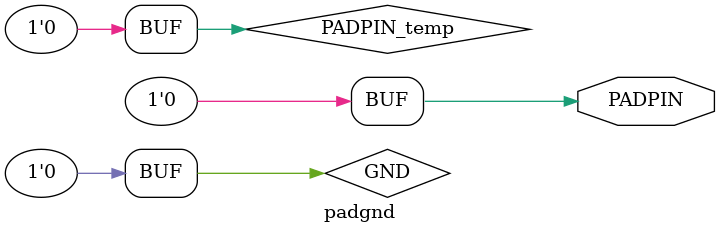
<source format=v>
module padgnd(PADPIN);
  parameter N = 0;
  parameter SLIM_FLAG = 0;
  parameter PTYPE = "REGULAR";
  parameter YPITCH = "12MA";
  parameter
        d_PADPIN_r = 1,
        d_PADPIN_f = 1;
  output  PADPIN;
  reg  PADPIN_temp;
  supply0  GND;
  assign #(d_PADPIN_r,d_PADPIN_f) PADPIN = PADPIN_temp;
  initial
    PADPIN_temp = 1'b0;
endmodule

</source>
